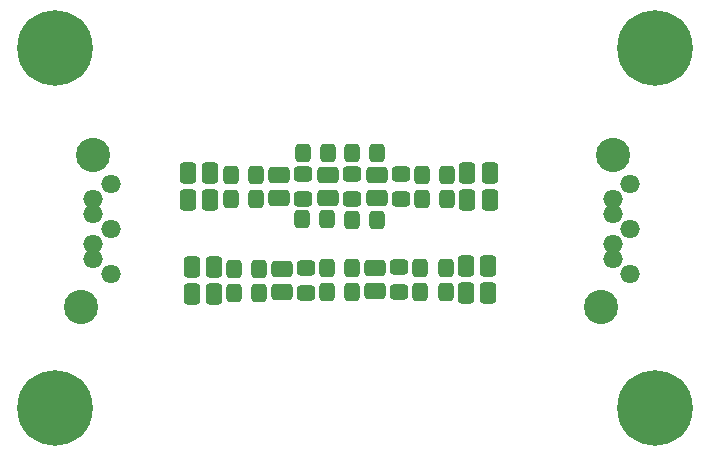
<source format=gbr>
%TF.GenerationSoftware,KiCad,Pcbnew,(5.99.0-10394-g2e15de97e0)*%
%TF.CreationDate,2021-05-18T12:16:46+02:00*%
%TF.ProjectId,BP02A,42503032-412e-46b6-9963-61645f706362,rev?*%
%TF.SameCoordinates,Original*%
%TF.FileFunction,Soldermask,Bot*%
%TF.FilePolarity,Negative*%
%FSLAX46Y46*%
G04 Gerber Fmt 4.6, Leading zero omitted, Abs format (unit mm)*
G04 Created by KiCad (PCBNEW (5.99.0-10394-g2e15de97e0)) date 2021-05-18 12:16:46*
%MOMM*%
%LPD*%
G01*
G04 APERTURE LIST*
G04 Aperture macros list*
%AMRoundRect*
0 Rectangle with rounded corners*
0 $1 Rounding radius*
0 $2 $3 $4 $5 $6 $7 $8 $9 X,Y pos of 4 corners*
0 Add a 4 corners polygon primitive as box body*
4,1,4,$2,$3,$4,$5,$6,$7,$8,$9,$2,$3,0*
0 Add four circle primitives for the rounded corners*
1,1,$1+$1,$2,$3*
1,1,$1+$1,$4,$5*
1,1,$1+$1,$6,$7*
1,1,$1+$1,$8,$9*
0 Add four rect primitives between the rounded corners*
20,1,$1+$1,$2,$3,$4,$5,0*
20,1,$1+$1,$4,$5,$6,$7,0*
20,1,$1+$1,$6,$7,$8,$9,0*
20,1,$1+$1,$8,$9,$2,$3,0*%
G04 Aperture macros list end*
%ADD10C,6.400000*%
%ADD11O,1.700000X1.500000*%
%ADD12C,2.900000*%
%ADD13RoundRect,0.318750X-0.318750X-0.481250X0.318750X-0.481250X0.318750X0.481250X-0.318750X0.481250X0*%
%ADD14RoundRect,0.350000X0.575000X-0.350000X0.575000X0.350000X-0.575000X0.350000X-0.575000X-0.350000X0*%
%ADD15RoundRect,0.350000X0.350000X0.575000X-0.350000X0.575000X-0.350000X-0.575000X0.350000X-0.575000X0*%
%ADD16RoundRect,0.350000X-0.575000X0.350000X-0.575000X-0.350000X0.575000X-0.350000X0.575000X0.350000X0*%
%ADD17RoundRect,0.318750X-0.481250X0.318750X-0.481250X-0.318750X0.481250X-0.318750X0.481250X0.318750X0*%
%ADD18RoundRect,0.318750X0.318750X0.481250X-0.318750X0.481250X-0.318750X-0.481250X0.318750X-0.481250X0*%
%ADD19RoundRect,0.350000X-0.350000X-0.575000X0.350000X-0.575000X0.350000X0.575000X-0.350000X0.575000X0*%
G04 APERTURE END LIST*
D10*
%TO.C,M1*%
X5080000Y35560000D03*
%TD*%
%TO.C,M3*%
X55880000Y5080000D03*
%TD*%
D11*
%TO.C,J1*%
X9849000Y24030000D03*
X8349000Y22760000D03*
X8349000Y21490000D03*
X9849000Y20220000D03*
X8349000Y18950000D03*
X8349000Y17680000D03*
X9849000Y16410000D03*
D12*
X7349000Y13660000D03*
X8349000Y26490000D03*
%TD*%
D11*
%TO.C,J2*%
X53824000Y24030000D03*
X52324000Y22760000D03*
X52324000Y21490000D03*
X53824000Y20220000D03*
X52324000Y18950000D03*
X52324000Y17680000D03*
X53824000Y16410000D03*
D12*
X51324000Y13660000D03*
X52324000Y26490000D03*
%TD*%
D10*
%TO.C,M4*%
X5080000Y5080000D03*
%TD*%
%TO.C,M2*%
X55880000Y35560000D03*
%TD*%
D13*
%TO.C,L10*%
X28147500Y14935200D03*
X30272500Y14935200D03*
%TD*%
D14*
%TO.C,C5*%
X24038600Y22926000D03*
X24038600Y24826000D03*
%TD*%
D13*
%TO.C,L1*%
X20000500Y24832800D03*
X22125500Y24832800D03*
%TD*%
%TO.C,L13*%
X30265900Y26695400D03*
X32390900Y26695400D03*
%TD*%
D15*
%TO.C,C12*%
X41930400Y25019000D03*
X40030400Y25019000D03*
%TD*%
D13*
%TO.C,L18*%
X36209500Y24866600D03*
X38334500Y24866600D03*
%TD*%
D16*
%TO.C,C6*%
X24333200Y16860600D03*
X24333200Y14960600D03*
%TD*%
D17*
%TO.C,L12*%
X34239200Y17064500D03*
X34239200Y14939500D03*
%TD*%
D18*
%TO.C,L19*%
X38334500Y22834600D03*
X36209500Y22834600D03*
%TD*%
D13*
%TO.C,L3*%
X20273500Y16916400D03*
X22398500Y16916400D03*
%TD*%
D17*
%TO.C,L11*%
X30261600Y24934200D03*
X30261600Y22809200D03*
%TD*%
D13*
%TO.C,L15*%
X36046900Y16992600D03*
X38171900Y16992600D03*
%TD*%
D15*
%TO.C,C2*%
X18258100Y22699200D03*
X16358100Y22699200D03*
%TD*%
D16*
%TO.C,C8*%
X32207200Y16952000D03*
X32207200Y15052000D03*
%TD*%
D18*
%TO.C,L2*%
X22125500Y22800800D03*
X20000500Y22800800D03*
%TD*%
D19*
%TO.C,C4*%
X16671600Y14767600D03*
X18571600Y14767600D03*
%TD*%
D15*
%TO.C,C3*%
X18571600Y17053600D03*
X16671600Y17053600D03*
%TD*%
D13*
%TO.C,L9*%
X28147500Y16967200D03*
X30272500Y16967200D03*
%TD*%
D18*
%TO.C,L14*%
X32390900Y21056600D03*
X30265900Y21056600D03*
%TD*%
D17*
%TO.C,L17*%
X34427200Y24913100D03*
X34427200Y22788100D03*
%TD*%
D13*
%TO.C,L16*%
X36046900Y14960600D03*
X38171900Y14960600D03*
%TD*%
%TO.C,L4*%
X20273500Y14884400D03*
X22398500Y14884400D03*
%TD*%
D17*
%TO.C,L5*%
X26070600Y24938500D03*
X26070600Y22813500D03*
%TD*%
D15*
%TO.C,C13*%
X41930400Y22733000D03*
X40030400Y22733000D03*
%TD*%
%TO.C,C10*%
X41793200Y17119600D03*
X39893200Y17119600D03*
%TD*%
D14*
%TO.C,C9*%
X32395200Y22900600D03*
X32395200Y24800600D03*
%TD*%
D19*
%TO.C,C11*%
X39893200Y14833600D03*
X41793200Y14833600D03*
%TD*%
D18*
%TO.C,L8*%
X28174500Y21107400D03*
X26049500Y21107400D03*
%TD*%
D13*
%TO.C,L7*%
X26074900Y26695400D03*
X28199900Y26695400D03*
%TD*%
D14*
%TO.C,C7*%
X28229600Y22921700D03*
X28229600Y24821700D03*
%TD*%
D15*
%TO.C,C1*%
X18258100Y24985200D03*
X16358100Y24985200D03*
%TD*%
D17*
%TO.C,L6*%
X26365200Y16973100D03*
X26365200Y14848100D03*
%TD*%
M02*

</source>
